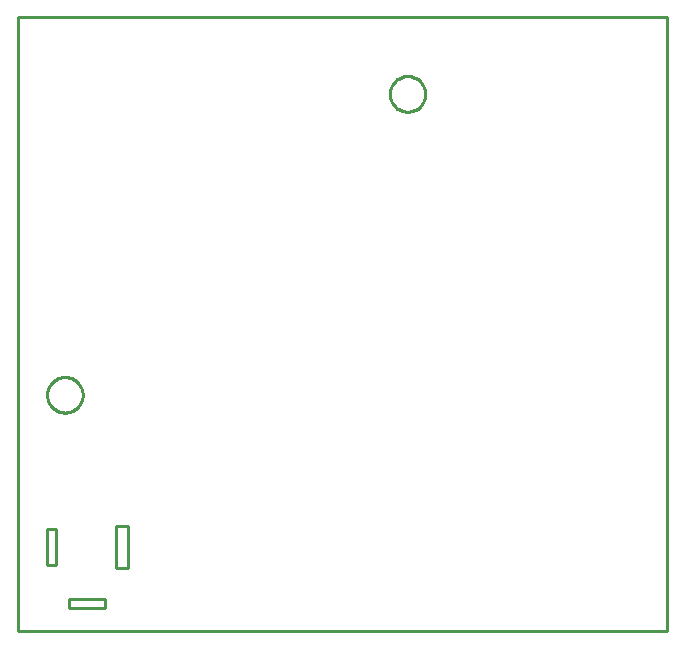
<source format=gbr>
G04 EAGLE Gerber RS-274X export*
G75*
%MOMM*%
%FSLAX34Y34*%
%LPD*%
%IN*%
%IPPOS*%
%AMOC8*
5,1,8,0,0,1.08239X$1,22.5*%
G01*
%ADD10C,0.254000*%


D10*
X0Y0D02*
X550000Y0D01*
X550000Y520000D01*
X0Y520000D01*
X0Y0D01*
X43420Y19120D02*
X73420Y19120D01*
X73420Y27120D01*
X43420Y27120D01*
X43420Y19120D01*
X83420Y53620D02*
X93420Y53620D01*
X93420Y88620D01*
X83420Y88620D01*
X83420Y53620D01*
X24420Y56120D02*
X32420Y56120D01*
X32420Y86120D01*
X24420Y86120D01*
X24420Y56120D01*
X54840Y199464D02*
X54764Y198396D01*
X54611Y197335D01*
X54383Y196288D01*
X54081Y195260D01*
X53707Y194256D01*
X53262Y193281D01*
X52748Y192341D01*
X52169Y191440D01*
X51527Y190582D01*
X50825Y189772D01*
X50068Y189015D01*
X49258Y188313D01*
X48400Y187671D01*
X47499Y187092D01*
X46559Y186578D01*
X45584Y186133D01*
X44580Y185759D01*
X43552Y185457D01*
X42505Y185229D01*
X41444Y185076D01*
X40376Y185000D01*
X39304Y185000D01*
X38236Y185076D01*
X37175Y185229D01*
X36128Y185457D01*
X35100Y185759D01*
X34096Y186133D01*
X33121Y186578D01*
X32181Y187092D01*
X31280Y187671D01*
X30422Y188313D01*
X29612Y189015D01*
X28855Y189772D01*
X28153Y190582D01*
X27511Y191440D01*
X26932Y192341D01*
X26418Y193281D01*
X25973Y194256D01*
X25599Y195260D01*
X25297Y196288D01*
X25069Y197335D01*
X24916Y198396D01*
X24840Y199464D01*
X24840Y200536D01*
X24916Y201604D01*
X25069Y202665D01*
X25297Y203712D01*
X25599Y204740D01*
X25973Y205744D01*
X26418Y206719D01*
X26932Y207659D01*
X27511Y208560D01*
X28153Y209418D01*
X28855Y210228D01*
X29612Y210985D01*
X30422Y211687D01*
X31280Y212329D01*
X32181Y212908D01*
X33121Y213422D01*
X34096Y213867D01*
X35100Y214241D01*
X36128Y214543D01*
X37175Y214771D01*
X38236Y214924D01*
X39304Y215000D01*
X40376Y215000D01*
X41444Y214924D01*
X42505Y214771D01*
X43552Y214543D01*
X44580Y214241D01*
X45584Y213867D01*
X46559Y213422D01*
X47499Y212908D01*
X48400Y212329D01*
X49258Y211687D01*
X50068Y210985D01*
X50825Y210228D01*
X51527Y209418D01*
X52169Y208560D01*
X52748Y207659D01*
X53262Y206719D01*
X53707Y205744D01*
X54081Y204740D01*
X54383Y203712D01*
X54611Y202665D01*
X54764Y201604D01*
X54840Y200536D01*
X54840Y199464D01*
X345000Y454224D02*
X344924Y453156D01*
X344771Y452095D01*
X344543Y451048D01*
X344241Y450020D01*
X343867Y449016D01*
X343422Y448041D01*
X342908Y447101D01*
X342329Y446200D01*
X341687Y445342D01*
X340985Y444532D01*
X340228Y443775D01*
X339418Y443073D01*
X338560Y442431D01*
X337659Y441852D01*
X336719Y441338D01*
X335744Y440893D01*
X334740Y440519D01*
X333712Y440217D01*
X332665Y439989D01*
X331604Y439836D01*
X330536Y439760D01*
X329464Y439760D01*
X328396Y439836D01*
X327335Y439989D01*
X326288Y440217D01*
X325260Y440519D01*
X324256Y440893D01*
X323281Y441338D01*
X322341Y441852D01*
X321440Y442431D01*
X320582Y443073D01*
X319772Y443775D01*
X319015Y444532D01*
X318313Y445342D01*
X317671Y446200D01*
X317092Y447101D01*
X316578Y448041D01*
X316133Y449016D01*
X315759Y450020D01*
X315457Y451048D01*
X315229Y452095D01*
X315076Y453156D01*
X315000Y454224D01*
X315000Y455296D01*
X315076Y456364D01*
X315229Y457425D01*
X315457Y458472D01*
X315759Y459500D01*
X316133Y460504D01*
X316578Y461479D01*
X317092Y462419D01*
X317671Y463320D01*
X318313Y464178D01*
X319015Y464988D01*
X319772Y465745D01*
X320582Y466447D01*
X321440Y467089D01*
X322341Y467668D01*
X323281Y468182D01*
X324256Y468627D01*
X325260Y469001D01*
X326288Y469303D01*
X327335Y469531D01*
X328396Y469684D01*
X329464Y469760D01*
X330536Y469760D01*
X331604Y469684D01*
X332665Y469531D01*
X333712Y469303D01*
X334740Y469001D01*
X335744Y468627D01*
X336719Y468182D01*
X337659Y467668D01*
X338560Y467089D01*
X339418Y466447D01*
X340228Y465745D01*
X340985Y464988D01*
X341687Y464178D01*
X342329Y463320D01*
X342908Y462419D01*
X343422Y461479D01*
X343867Y460504D01*
X344241Y459500D01*
X344543Y458472D01*
X344771Y457425D01*
X344924Y456364D01*
X345000Y455296D01*
X345000Y454224D01*
M02*

</source>
